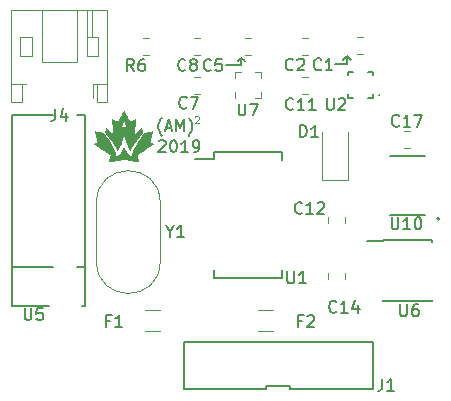
<source format=gto>
G04 #@! TF.GenerationSoftware,KiCad,Pcbnew,(5.0.0-3-g5ebb6b6)*
G04 #@! TF.CreationDate,2019-04-17T18:27:53-07:00*
G04 #@! TF.ProjectId,sensors,73656E736F72732E6B696361645F7063,rev?*
G04 #@! TF.SameCoordinates,Original*
G04 #@! TF.FileFunction,Legend,Top*
G04 #@! TF.FilePolarity,Positive*
%FSLAX46Y46*%
G04 Gerber Fmt 4.6, Leading zero omitted, Abs format (unit mm)*
G04 Created by KiCad (PCBNEW (5.0.0-3-g5ebb6b6)) date Wednesday, April 17, 2019 at 06:27:53 PM*
%MOMM*%
%LPD*%
G01*
G04 APERTURE LIST*
%ADD10C,0.100000*%
%ADD11C,0.150000*%
%ADD12C,0.200000*%
%ADD13C,0.120000*%
%ADD14C,0.127000*%
%ADD15C,0.010000*%
G04 APERTURE END LIST*
D10*
X142195571Y-70975571D02*
X142224142Y-70947000D01*
X142281285Y-70918428D01*
X142424142Y-70918428D01*
X142481285Y-70947000D01*
X142509857Y-70975571D01*
X142538428Y-71032714D01*
X142538428Y-71089857D01*
X142509857Y-71175571D01*
X142167000Y-71518428D01*
X142538428Y-71518428D01*
D11*
X139128714Y-73080619D02*
X139176333Y-73033000D01*
X139271571Y-72985380D01*
X139509666Y-72985380D01*
X139604904Y-73033000D01*
X139652523Y-73080619D01*
X139700142Y-73175857D01*
X139700142Y-73271095D01*
X139652523Y-73413952D01*
X139081095Y-73985380D01*
X139700142Y-73985380D01*
X140319190Y-72985380D02*
X140414428Y-72985380D01*
X140509666Y-73033000D01*
X140557285Y-73080619D01*
X140604904Y-73175857D01*
X140652523Y-73366333D01*
X140652523Y-73604428D01*
X140604904Y-73794904D01*
X140557285Y-73890142D01*
X140509666Y-73937761D01*
X140414428Y-73985380D01*
X140319190Y-73985380D01*
X140223952Y-73937761D01*
X140176333Y-73890142D01*
X140128714Y-73794904D01*
X140081095Y-73604428D01*
X140081095Y-73366333D01*
X140128714Y-73175857D01*
X140176333Y-73080619D01*
X140223952Y-73033000D01*
X140319190Y-72985380D01*
X141604904Y-73985380D02*
X141033476Y-73985380D01*
X141319190Y-73985380D02*
X141319190Y-72985380D01*
X141223952Y-73128238D01*
X141128714Y-73223476D01*
X141033476Y-73271095D01*
X142081095Y-73985380D02*
X142271571Y-73985380D01*
X142366809Y-73937761D01*
X142414428Y-73890142D01*
X142509666Y-73747285D01*
X142557285Y-73556809D01*
X142557285Y-73175857D01*
X142509666Y-73080619D01*
X142462047Y-73033000D01*
X142366809Y-72985380D01*
X142176333Y-72985380D01*
X142081095Y-73033000D01*
X142033476Y-73080619D01*
X141985857Y-73175857D01*
X141985857Y-73413952D01*
X142033476Y-73509190D01*
X142081095Y-73556809D01*
X142176333Y-73604428D01*
X142366809Y-73604428D01*
X142462047Y-73556809D01*
X142509666Y-73509190D01*
X142557285Y-73413952D01*
X139382642Y-72588333D02*
X139335023Y-72540714D01*
X139239785Y-72397857D01*
X139192166Y-72302619D01*
X139144547Y-72159761D01*
X139096928Y-71921666D01*
X139096928Y-71731190D01*
X139144547Y-71493095D01*
X139192166Y-71350238D01*
X139239785Y-71255000D01*
X139335023Y-71112142D01*
X139382642Y-71064523D01*
X139715976Y-71921666D02*
X140192166Y-71921666D01*
X139620738Y-72207380D02*
X139954071Y-71207380D01*
X140287404Y-72207380D01*
X140620738Y-72207380D02*
X140620738Y-71207380D01*
X140954071Y-71921666D01*
X141287404Y-71207380D01*
X141287404Y-72207380D01*
X141668357Y-72588333D02*
X141715976Y-72540714D01*
X141811214Y-72397857D01*
X141858833Y-72302619D01*
X141906452Y-72159761D01*
X141954071Y-71921666D01*
X141954071Y-71731190D01*
X141906452Y-71493095D01*
X141858833Y-71350238D01*
X141811214Y-71255000D01*
X141715976Y-71112142D01*
X141668357Y-71064523D01*
D12*
X146113500Y-66040000D02*
X146431000Y-66294000D01*
X146113500Y-66040000D02*
X145796000Y-66294000D01*
X146113500Y-66611500D02*
X146113500Y-66040000D01*
X144780000Y-66611500D02*
X146113500Y-66611500D01*
X155067000Y-65849500D02*
X155384500Y-66167000D01*
X155067000Y-65849500D02*
X154749500Y-66167000D01*
X155067000Y-66548000D02*
X155067000Y-65849500D01*
X154051000Y-66548000D02*
X155067000Y-66548000D01*
D11*
G04 #@! TO.C,U1*
X143835400Y-73973800D02*
X143835400Y-74548800D01*
X149585400Y-73973800D02*
X149585400Y-74623800D01*
X149585400Y-84623800D02*
X149585400Y-83973800D01*
X143835400Y-84623800D02*
X143835400Y-83973800D01*
X143835400Y-73973800D02*
X149585400Y-73973800D01*
X143835400Y-84623800D02*
X149585400Y-84623800D01*
X143835400Y-74548800D02*
X142235400Y-74548800D01*
D13*
G04 #@! TO.C,Y1*
X139250400Y-78261200D02*
X139250400Y-83261200D01*
X133850400Y-78261200D02*
X133850400Y-83261200D01*
X133850400Y-78261200D02*
G75*
G02X139250400Y-78261200I2700000J0D01*
G01*
X133850400Y-83261200D02*
G75*
G03X139250400Y-83261200I2700000J0D01*
G01*
G04 #@! TO.C,F1*
X137991436Y-87355000D02*
X139195564Y-87355000D01*
X137991436Y-89175000D02*
X139195564Y-89175000D01*
G04 #@! TO.C,D1*
X152916000Y-72277500D02*
X152916000Y-76337500D01*
X152916000Y-76337500D02*
X155186000Y-76337500D01*
X155186000Y-76337500D02*
X155186000Y-72277500D01*
D11*
G04 #@! TO.C,U6*
X158130400Y-81473600D02*
X158130400Y-81523600D01*
X162280400Y-81473600D02*
X162280400Y-81618600D01*
X162280400Y-86623600D02*
X162280400Y-86478600D01*
X158130400Y-86623600D02*
X158130400Y-86478600D01*
X158130400Y-81473600D02*
X162280400Y-81473600D01*
X158130400Y-86623600D02*
X162280400Y-86623600D01*
X158130400Y-81523600D02*
X156730400Y-81523600D01*
D13*
G04 #@! TO.C,C12*
X153468000Y-80026252D02*
X153468000Y-79503748D01*
X154888000Y-80026252D02*
X154888000Y-79503748D01*
G04 #@! TO.C,C14*
X154888000Y-84716252D02*
X154888000Y-84193748D01*
X153468000Y-84716252D02*
X153468000Y-84193748D01*
G04 #@! TO.C,C17*
X159876748Y-72188000D02*
X160399252Y-72188000D01*
X159876748Y-73608000D02*
X160399252Y-73608000D01*
G04 #@! TO.C,F2*
X148771364Y-89175000D02*
X147567236Y-89175000D01*
X148771364Y-87355000D02*
X147567236Y-87355000D01*
D11*
G04 #@! TO.C,J1*
X141225000Y-94075000D02*
X148225000Y-94075000D01*
X148225000Y-94075000D02*
X148225000Y-93775000D01*
X148225000Y-93775000D02*
X150225000Y-93775000D01*
X150225000Y-93775000D02*
X150225000Y-94075000D01*
X150225000Y-94075000D02*
X157225000Y-94075000D01*
X157225000Y-94075000D02*
X157225000Y-90075000D01*
X157225000Y-90075000D02*
X141225000Y-90075000D01*
X141225000Y-90075000D02*
X141225000Y-94075000D01*
D14*
G04 #@! TO.C,U10*
X161671000Y-79345000D02*
X158671000Y-79345000D01*
X161671000Y-74345000D02*
X158671000Y-74345000D01*
D12*
X162898000Y-79639000D02*
G75*
G03X162898000Y-79639000I-100000J0D01*
G01*
D14*
G04 #@! TO.C,U2*
X157290000Y-69104400D02*
X157290000Y-69374400D01*
X157290000Y-69374400D02*
X156840000Y-69374400D01*
X155580000Y-69374400D02*
X155130000Y-69374400D01*
X155130000Y-69374400D02*
X155130000Y-69104400D01*
X155130000Y-67484400D02*
X155130000Y-67214400D01*
X155130000Y-67214400D02*
X155580000Y-67214400D01*
X157290000Y-67484400D02*
X157290000Y-67214400D01*
X157290000Y-67214400D02*
X156840000Y-67214400D01*
D11*
X157784000Y-69158000D02*
G75*
G03X157784000Y-69158000I-50000J0D01*
G01*
D13*
G04 #@! TO.C,C2*
X151763252Y-65734000D02*
X151240748Y-65734000D01*
X151763252Y-64314000D02*
X151240748Y-64314000D01*
G04 #@! TO.C,C1*
X156458552Y-65683200D02*
X155936048Y-65683200D01*
X156458552Y-64263200D02*
X155936048Y-64263200D01*
G04 #@! TO.C,J4*
X133575000Y-68186000D02*
X133855000Y-68186000D01*
X133855000Y-68186000D02*
X133855000Y-69786000D01*
X133855000Y-69786000D02*
X134775000Y-69786000D01*
X134775000Y-69786000D02*
X134775000Y-61966000D01*
X134775000Y-61966000D02*
X126655000Y-61966000D01*
X126655000Y-61966000D02*
X126655000Y-69786000D01*
X126655000Y-69786000D02*
X127575000Y-69786000D01*
X127575000Y-69786000D02*
X127575000Y-68186000D01*
X127575000Y-68186000D02*
X127855000Y-68186000D01*
X132215000Y-61966000D02*
X132215000Y-66326000D01*
X132215000Y-66326000D02*
X129215000Y-66326000D01*
X129215000Y-66326000D02*
X129215000Y-61966000D01*
X134775000Y-68186000D02*
X133855000Y-68186000D01*
X126655000Y-68186000D02*
X127575000Y-68186000D01*
X134015000Y-65826000D02*
X134015000Y-64226000D01*
X134015000Y-64226000D02*
X133015000Y-64226000D01*
X133015000Y-64226000D02*
X133015000Y-65826000D01*
X133015000Y-65826000D02*
X134015000Y-65826000D01*
X127415000Y-65826000D02*
X127415000Y-64226000D01*
X127415000Y-64226000D02*
X128415000Y-64226000D01*
X128415000Y-64226000D02*
X128415000Y-65826000D01*
X128415000Y-65826000D02*
X127415000Y-65826000D01*
X133015000Y-64226000D02*
X133015000Y-61966000D01*
X133515000Y-64226000D02*
X133515000Y-61966000D01*
X133575000Y-68186000D02*
X133575000Y-69401000D01*
D11*
G04 #@! TO.C,U5*
X132892800Y-75057000D02*
X132892800Y-70932000D01*
X126695200Y-74930000D02*
X126695200Y-70932000D01*
X132891000Y-83757000D02*
X132191000Y-83757000D01*
X126691000Y-83757000D02*
X130191000Y-83757000D01*
X132891000Y-75057000D02*
X132891000Y-87017000D01*
X132891000Y-87019000D02*
X132591000Y-87019000D01*
X129991000Y-70842000D02*
X130191000Y-70842000D01*
X132891000Y-70842000D02*
X132191000Y-70842000D01*
X126691000Y-74957000D02*
X126691000Y-87017000D01*
X126691000Y-87019000D02*
X129791000Y-87019000D01*
X126691000Y-70842000D02*
X130091000Y-70842000D01*
D13*
G04 #@! TO.C,R6*
X138284852Y-65734000D02*
X137762348Y-65734000D01*
X138284852Y-64314000D02*
X137762348Y-64314000D01*
G04 #@! TO.C,C5*
X146937252Y-64314000D02*
X146414748Y-64314000D01*
X146937252Y-65734000D02*
X146414748Y-65734000D01*
G04 #@! TO.C,C7*
X142114748Y-67616000D02*
X142637252Y-67616000D01*
X142114748Y-69036000D02*
X142637252Y-69036000D01*
G04 #@! TO.C,C8*
X142114748Y-64314000D02*
X142637252Y-64314000D01*
X142114748Y-65734000D02*
X142637252Y-65734000D01*
G04 #@! TO.C,C11*
X151258748Y-69036000D02*
X151781252Y-69036000D01*
X151258748Y-67616000D02*
X151781252Y-67616000D01*
G04 #@! TO.C,U7*
X145584500Y-67722000D02*
X145584500Y-67222000D01*
X145584500Y-67222000D02*
X146084500Y-67222000D01*
X146084500Y-67222000D02*
X146084500Y-67222000D01*
X147284500Y-67222000D02*
X147784500Y-67222000D01*
X147784500Y-67222000D02*
X147784500Y-67722000D01*
X147784500Y-67722000D02*
X147784500Y-67722000D01*
X147784500Y-68922000D02*
X147784500Y-69422000D01*
X147784500Y-69422000D02*
X147284500Y-69422000D01*
X147284500Y-69422000D02*
X147284500Y-69422000D01*
X145584500Y-68922000D02*
X145584500Y-69422000D01*
X145584500Y-69422000D02*
X145584500Y-69422000D01*
D15*
G04 #@! TO.C,G\002A\002A\002A*
G36*
X136151914Y-70541905D02*
X136162516Y-70559069D01*
X136178733Y-70586494D01*
X136200017Y-70623215D01*
X136225817Y-70668269D01*
X136255583Y-70720690D01*
X136288765Y-70779515D01*
X136324813Y-70843778D01*
X136363176Y-70912517D01*
X136396447Y-70972394D01*
X136436369Y-71044367D01*
X136474398Y-71112895D01*
X136509983Y-71176988D01*
X136542574Y-71235656D01*
X136571619Y-71287908D01*
X136596569Y-71332755D01*
X136616873Y-71369205D01*
X136631980Y-71396270D01*
X136641339Y-71412958D01*
X136644334Y-71418197D01*
X136648557Y-71419601D01*
X136658410Y-71417950D01*
X136674913Y-71412851D01*
X136699090Y-71403909D01*
X136731962Y-71390728D01*
X136774551Y-71372916D01*
X136827880Y-71350076D01*
X136884783Y-71325385D01*
X136938229Y-71302260D01*
X136987633Y-71281198D01*
X137031555Y-71262790D01*
X137068557Y-71247625D01*
X137097199Y-71236293D01*
X137116043Y-71229382D01*
X137123651Y-71227482D01*
X137123700Y-71227517D01*
X137123680Y-71234923D01*
X137122395Y-71255208D01*
X137119930Y-71287399D01*
X137116371Y-71330522D01*
X137111805Y-71383605D01*
X137106318Y-71445673D01*
X137099995Y-71515755D01*
X137092924Y-71592876D01*
X137085190Y-71676064D01*
X137076880Y-71764345D01*
X137068080Y-71856747D01*
X137066606Y-71872113D01*
X137057721Y-71965058D01*
X137049282Y-72054014D01*
X137041379Y-72138010D01*
X137034099Y-72216077D01*
X137027532Y-72287244D01*
X137021764Y-72350541D01*
X137016885Y-72404998D01*
X137012983Y-72449643D01*
X137010146Y-72483507D01*
X137008462Y-72505619D01*
X137008020Y-72515010D01*
X137008073Y-72515269D01*
X137013652Y-72511311D01*
X137028688Y-72498887D01*
X137052257Y-72478803D01*
X137083434Y-72451863D01*
X137121296Y-72418873D01*
X137164918Y-72380636D01*
X137213376Y-72337959D01*
X137265745Y-72291646D01*
X137312061Y-72250540D01*
X137367108Y-72201694D01*
X137419100Y-72155723D01*
X137467100Y-72113445D01*
X137510174Y-72075676D01*
X137547385Y-72043233D01*
X137577797Y-72016931D01*
X137600475Y-71997587D01*
X137614482Y-71986018D01*
X137618853Y-71982905D01*
X137620978Y-71984463D01*
X137624242Y-71989908D01*
X137629099Y-72000398D01*
X137636001Y-72017089D01*
X137645401Y-72041138D01*
X137657751Y-72073702D01*
X137673503Y-72115939D01*
X137693111Y-72169004D01*
X137715753Y-72230583D01*
X137736427Y-72286892D01*
X137677126Y-72355302D01*
X137600616Y-72445806D01*
X137520367Y-72544895D01*
X137437504Y-72650960D01*
X137353153Y-72762391D01*
X137268440Y-72877578D01*
X137184490Y-72994911D01*
X137102429Y-73112779D01*
X137023382Y-73229573D01*
X136948476Y-73343683D01*
X136878836Y-73453499D01*
X136815587Y-73557410D01*
X136759856Y-73653807D01*
X136726192Y-73715437D01*
X136688401Y-73786623D01*
X136665445Y-73753258D01*
X136621684Y-73684895D01*
X136576339Y-73605222D01*
X136530500Y-73516587D01*
X136485257Y-73421337D01*
X136441702Y-73321821D01*
X136400925Y-73220387D01*
X136364016Y-73119383D01*
X136345808Y-73065014D01*
X136312975Y-72957980D01*
X136280111Y-72840397D01*
X136248045Y-72715606D01*
X136217605Y-72586948D01*
X136189619Y-72457766D01*
X136167846Y-72347197D01*
X136148129Y-72241764D01*
X136112304Y-72420266D01*
X136072713Y-72606152D01*
X136031007Y-72779290D01*
X135986810Y-72940738D01*
X135939747Y-73091556D01*
X135889443Y-73232803D01*
X135835522Y-73365539D01*
X135777609Y-73490822D01*
X135715330Y-73609714D01*
X135654269Y-73713689D01*
X135637644Y-73740104D01*
X135623432Y-73761856D01*
X135613357Y-73776356D01*
X135609446Y-73780989D01*
X135604281Y-73776639D01*
X135594666Y-73762340D01*
X135582237Y-73740659D01*
X135574963Y-73726849D01*
X135534515Y-73651484D01*
X135485891Y-73567061D01*
X135430079Y-73474995D01*
X135368066Y-73376702D01*
X135300841Y-73273597D01*
X135229391Y-73167097D01*
X135154704Y-73058616D01*
X135077769Y-72949572D01*
X134999574Y-72841379D01*
X134921106Y-72735454D01*
X134843353Y-72633213D01*
X134767304Y-72536070D01*
X134693947Y-72445442D01*
X134624269Y-72362745D01*
X134617833Y-72355302D01*
X134558533Y-72286892D01*
X134579206Y-72230583D01*
X134602904Y-72166136D01*
X134622316Y-72113618D01*
X134637892Y-72071874D01*
X134650085Y-72039748D01*
X134659347Y-72016082D01*
X134666130Y-71999722D01*
X134670886Y-71989510D01*
X134674067Y-71984291D01*
X134676032Y-71982905D01*
X134682122Y-71987401D01*
X134697664Y-72000345D01*
X134721720Y-72020921D01*
X134753355Y-72048313D01*
X134791634Y-72081706D01*
X134835620Y-72120283D01*
X134884378Y-72163228D01*
X134936971Y-72209726D01*
X134982901Y-72250462D01*
X135037864Y-72299191D01*
X135089687Y-72344962D01*
X135137446Y-72386973D01*
X135180218Y-72424418D01*
X135217078Y-72456492D01*
X135247102Y-72482390D01*
X135269366Y-72501309D01*
X135282945Y-72512444D01*
X135286964Y-72515192D01*
X135286725Y-72508009D01*
X135285230Y-72487944D01*
X135282567Y-72455966D01*
X135278825Y-72413047D01*
X135274093Y-72360155D01*
X135268459Y-72298261D01*
X135262011Y-72228336D01*
X135254838Y-72151350D01*
X135247027Y-72068272D01*
X135238669Y-71980073D01*
X135237589Y-71968759D01*
X135894620Y-71968759D01*
X135897163Y-71969501D01*
X135907388Y-71961970D01*
X135923168Y-71947764D01*
X135925210Y-71945806D01*
X135949828Y-71925313D01*
X135980418Y-71904308D01*
X136008302Y-71888429D01*
X136070412Y-71864844D01*
X136133461Y-71854774D01*
X136196073Y-71858010D01*
X136256872Y-71874343D01*
X136314481Y-71903563D01*
X136364452Y-71942553D01*
X136382262Y-71958419D01*
X136394904Y-71968124D01*
X136400292Y-71970124D01*
X136400181Y-71968987D01*
X136397497Y-71960617D01*
X136391047Y-71940151D01*
X136381204Y-71908781D01*
X136368341Y-71867698D01*
X136352830Y-71818096D01*
X136335044Y-71761164D01*
X136315357Y-71698097D01*
X136294140Y-71630085D01*
X136272880Y-71561891D01*
X136250647Y-71490600D01*
X136229658Y-71423371D01*
X136210273Y-71361361D01*
X136192857Y-71305728D01*
X136177771Y-71257628D01*
X136165380Y-71218219D01*
X136156046Y-71188658D01*
X136150131Y-71170103D01*
X136148004Y-71163712D01*
X136145770Y-71169888D01*
X136139765Y-71188210D01*
X136130352Y-71217536D01*
X136117891Y-71256722D01*
X136102745Y-71304624D01*
X136085274Y-71360100D01*
X136065841Y-71422005D01*
X136044807Y-71489196D01*
X136022583Y-71560370D01*
X136000201Y-71632109D01*
X135978991Y-71700032D01*
X135959324Y-71762951D01*
X135941573Y-71819677D01*
X135926112Y-71869021D01*
X135913311Y-71909795D01*
X135903544Y-71940811D01*
X135897183Y-71960879D01*
X135894620Y-71968759D01*
X135237589Y-71968759D01*
X135229850Y-71887724D01*
X135228353Y-71872113D01*
X135219482Y-71779131D01*
X135211088Y-71690110D01*
X135203257Y-71606023D01*
X135196076Y-71527843D01*
X135189631Y-71456543D01*
X135184008Y-71393098D01*
X135179293Y-71338479D01*
X135175572Y-71293661D01*
X135172931Y-71259617D01*
X135171457Y-71237320D01*
X135171235Y-71227742D01*
X135171323Y-71227454D01*
X135178486Y-71229128D01*
X135196938Y-71235832D01*
X135225236Y-71246974D01*
X135261938Y-71261966D01*
X135305599Y-71280218D01*
X135354775Y-71301139D01*
X135408024Y-71324139D01*
X135409125Y-71324618D01*
X135462386Y-71347770D01*
X135511506Y-71369069D01*
X135555053Y-71387899D01*
X135591596Y-71403642D01*
X135619705Y-71415683D01*
X135637949Y-71423405D01*
X135644895Y-71426191D01*
X135644909Y-71426192D01*
X135648585Y-71420261D01*
X135658460Y-71403103D01*
X135674002Y-71375672D01*
X135694677Y-71338922D01*
X135719952Y-71293806D01*
X135749293Y-71241279D01*
X135782167Y-71182293D01*
X135818040Y-71117804D01*
X135856378Y-71048763D01*
X135893911Y-70981066D01*
X135934149Y-70908606D01*
X135972532Y-70839811D01*
X136008516Y-70775636D01*
X136041558Y-70717036D01*
X136071113Y-70664967D01*
X136096638Y-70620382D01*
X136117587Y-70584238D01*
X136133418Y-70557489D01*
X136143585Y-70541091D01*
X136147480Y-70535967D01*
X136151914Y-70541905D01*
X136151914Y-70541905D01*
G37*
X136151914Y-70541905D02*
X136162516Y-70559069D01*
X136178733Y-70586494D01*
X136200017Y-70623215D01*
X136225817Y-70668269D01*
X136255583Y-70720690D01*
X136288765Y-70779515D01*
X136324813Y-70843778D01*
X136363176Y-70912517D01*
X136396447Y-70972394D01*
X136436369Y-71044367D01*
X136474398Y-71112895D01*
X136509983Y-71176988D01*
X136542574Y-71235656D01*
X136571619Y-71287908D01*
X136596569Y-71332755D01*
X136616873Y-71369205D01*
X136631980Y-71396270D01*
X136641339Y-71412958D01*
X136644334Y-71418197D01*
X136648557Y-71419601D01*
X136658410Y-71417950D01*
X136674913Y-71412851D01*
X136699090Y-71403909D01*
X136731962Y-71390728D01*
X136774551Y-71372916D01*
X136827880Y-71350076D01*
X136884783Y-71325385D01*
X136938229Y-71302260D01*
X136987633Y-71281198D01*
X137031555Y-71262790D01*
X137068557Y-71247625D01*
X137097199Y-71236293D01*
X137116043Y-71229382D01*
X137123651Y-71227482D01*
X137123700Y-71227517D01*
X137123680Y-71234923D01*
X137122395Y-71255208D01*
X137119930Y-71287399D01*
X137116371Y-71330522D01*
X137111805Y-71383605D01*
X137106318Y-71445673D01*
X137099995Y-71515755D01*
X137092924Y-71592876D01*
X137085190Y-71676064D01*
X137076880Y-71764345D01*
X137068080Y-71856747D01*
X137066606Y-71872113D01*
X137057721Y-71965058D01*
X137049282Y-72054014D01*
X137041379Y-72138010D01*
X137034099Y-72216077D01*
X137027532Y-72287244D01*
X137021764Y-72350541D01*
X137016885Y-72404998D01*
X137012983Y-72449643D01*
X137010146Y-72483507D01*
X137008462Y-72505619D01*
X137008020Y-72515010D01*
X137008073Y-72515269D01*
X137013652Y-72511311D01*
X137028688Y-72498887D01*
X137052257Y-72478803D01*
X137083434Y-72451863D01*
X137121296Y-72418873D01*
X137164918Y-72380636D01*
X137213376Y-72337959D01*
X137265745Y-72291646D01*
X137312061Y-72250540D01*
X137367108Y-72201694D01*
X137419100Y-72155723D01*
X137467100Y-72113445D01*
X137510174Y-72075676D01*
X137547385Y-72043233D01*
X137577797Y-72016931D01*
X137600475Y-71997587D01*
X137614482Y-71986018D01*
X137618853Y-71982905D01*
X137620978Y-71984463D01*
X137624242Y-71989908D01*
X137629099Y-72000398D01*
X137636001Y-72017089D01*
X137645401Y-72041138D01*
X137657751Y-72073702D01*
X137673503Y-72115939D01*
X137693111Y-72169004D01*
X137715753Y-72230583D01*
X137736427Y-72286892D01*
X137677126Y-72355302D01*
X137600616Y-72445806D01*
X137520367Y-72544895D01*
X137437504Y-72650960D01*
X137353153Y-72762391D01*
X137268440Y-72877578D01*
X137184490Y-72994911D01*
X137102429Y-73112779D01*
X137023382Y-73229573D01*
X136948476Y-73343683D01*
X136878836Y-73453499D01*
X136815587Y-73557410D01*
X136759856Y-73653807D01*
X136726192Y-73715437D01*
X136688401Y-73786623D01*
X136665445Y-73753258D01*
X136621684Y-73684895D01*
X136576339Y-73605222D01*
X136530500Y-73516587D01*
X136485257Y-73421337D01*
X136441702Y-73321821D01*
X136400925Y-73220387D01*
X136364016Y-73119383D01*
X136345808Y-73065014D01*
X136312975Y-72957980D01*
X136280111Y-72840397D01*
X136248045Y-72715606D01*
X136217605Y-72586948D01*
X136189619Y-72457766D01*
X136167846Y-72347197D01*
X136148129Y-72241764D01*
X136112304Y-72420266D01*
X136072713Y-72606152D01*
X136031007Y-72779290D01*
X135986810Y-72940738D01*
X135939747Y-73091556D01*
X135889443Y-73232803D01*
X135835522Y-73365539D01*
X135777609Y-73490822D01*
X135715330Y-73609714D01*
X135654269Y-73713689D01*
X135637644Y-73740104D01*
X135623432Y-73761856D01*
X135613357Y-73776356D01*
X135609446Y-73780989D01*
X135604281Y-73776639D01*
X135594666Y-73762340D01*
X135582237Y-73740659D01*
X135574963Y-73726849D01*
X135534515Y-73651484D01*
X135485891Y-73567061D01*
X135430079Y-73474995D01*
X135368066Y-73376702D01*
X135300841Y-73273597D01*
X135229391Y-73167097D01*
X135154704Y-73058616D01*
X135077769Y-72949572D01*
X134999574Y-72841379D01*
X134921106Y-72735454D01*
X134843353Y-72633213D01*
X134767304Y-72536070D01*
X134693947Y-72445442D01*
X134624269Y-72362745D01*
X134617833Y-72355302D01*
X134558533Y-72286892D01*
X134579206Y-72230583D01*
X134602904Y-72166136D01*
X134622316Y-72113618D01*
X134637892Y-72071874D01*
X134650085Y-72039748D01*
X134659347Y-72016082D01*
X134666130Y-71999722D01*
X134670886Y-71989510D01*
X134674067Y-71984291D01*
X134676032Y-71982905D01*
X134682122Y-71987401D01*
X134697664Y-72000345D01*
X134721720Y-72020921D01*
X134753355Y-72048313D01*
X134791634Y-72081706D01*
X134835620Y-72120283D01*
X134884378Y-72163228D01*
X134936971Y-72209726D01*
X134982901Y-72250462D01*
X135037864Y-72299191D01*
X135089687Y-72344962D01*
X135137446Y-72386973D01*
X135180218Y-72424418D01*
X135217078Y-72456492D01*
X135247102Y-72482390D01*
X135269366Y-72501309D01*
X135282945Y-72512444D01*
X135286964Y-72515192D01*
X135286725Y-72508009D01*
X135285230Y-72487944D01*
X135282567Y-72455966D01*
X135278825Y-72413047D01*
X135274093Y-72360155D01*
X135268459Y-72298261D01*
X135262011Y-72228336D01*
X135254838Y-72151350D01*
X135247027Y-72068272D01*
X135238669Y-71980073D01*
X135237589Y-71968759D01*
X135894620Y-71968759D01*
X135897163Y-71969501D01*
X135907388Y-71961970D01*
X135923168Y-71947764D01*
X135925210Y-71945806D01*
X135949828Y-71925313D01*
X135980418Y-71904308D01*
X136008302Y-71888429D01*
X136070412Y-71864844D01*
X136133461Y-71854774D01*
X136196073Y-71858010D01*
X136256872Y-71874343D01*
X136314481Y-71903563D01*
X136364452Y-71942553D01*
X136382262Y-71958419D01*
X136394904Y-71968124D01*
X136400292Y-71970124D01*
X136400181Y-71968987D01*
X136397497Y-71960617D01*
X136391047Y-71940151D01*
X136381204Y-71908781D01*
X136368341Y-71867698D01*
X136352830Y-71818096D01*
X136335044Y-71761164D01*
X136315357Y-71698097D01*
X136294140Y-71630085D01*
X136272880Y-71561891D01*
X136250647Y-71490600D01*
X136229658Y-71423371D01*
X136210273Y-71361361D01*
X136192857Y-71305728D01*
X136177771Y-71257628D01*
X136165380Y-71218219D01*
X136156046Y-71188658D01*
X136150131Y-71170103D01*
X136148004Y-71163712D01*
X136145770Y-71169888D01*
X136139765Y-71188210D01*
X136130352Y-71217536D01*
X136117891Y-71256722D01*
X136102745Y-71304624D01*
X136085274Y-71360100D01*
X136065841Y-71422005D01*
X136044807Y-71489196D01*
X136022583Y-71560370D01*
X136000201Y-71632109D01*
X135978991Y-71700032D01*
X135959324Y-71762951D01*
X135941573Y-71819677D01*
X135926112Y-71869021D01*
X135913311Y-71909795D01*
X135903544Y-71940811D01*
X135897183Y-71960879D01*
X135894620Y-71968759D01*
X135237589Y-71968759D01*
X135229850Y-71887724D01*
X135228353Y-71872113D01*
X135219482Y-71779131D01*
X135211088Y-71690110D01*
X135203257Y-71606023D01*
X135196076Y-71527843D01*
X135189631Y-71456543D01*
X135184008Y-71393098D01*
X135179293Y-71338479D01*
X135175572Y-71293661D01*
X135172931Y-71259617D01*
X135171457Y-71237320D01*
X135171235Y-71227742D01*
X135171323Y-71227454D01*
X135178486Y-71229128D01*
X135196938Y-71235832D01*
X135225236Y-71246974D01*
X135261938Y-71261966D01*
X135305599Y-71280218D01*
X135354775Y-71301139D01*
X135408024Y-71324139D01*
X135409125Y-71324618D01*
X135462386Y-71347770D01*
X135511506Y-71369069D01*
X135555053Y-71387899D01*
X135591596Y-71403642D01*
X135619705Y-71415683D01*
X135637949Y-71423405D01*
X135644895Y-71426191D01*
X135644909Y-71426192D01*
X135648585Y-71420261D01*
X135658460Y-71403103D01*
X135674002Y-71375672D01*
X135694677Y-71338922D01*
X135719952Y-71293806D01*
X135749293Y-71241279D01*
X135782167Y-71182293D01*
X135818040Y-71117804D01*
X135856378Y-71048763D01*
X135893911Y-70981066D01*
X135934149Y-70908606D01*
X135972532Y-70839811D01*
X136008516Y-70775636D01*
X136041558Y-70717036D01*
X136071113Y-70664967D01*
X136096638Y-70620382D01*
X136117587Y-70584238D01*
X136133418Y-70557489D01*
X136143585Y-70541091D01*
X136147480Y-70535967D01*
X136151914Y-70541905D01*
G36*
X133744697Y-72237970D02*
X133764033Y-72241400D01*
X133794352Y-72247030D01*
X133834319Y-72254605D01*
X133882599Y-72263871D01*
X133937859Y-72274572D01*
X133998762Y-72286455D01*
X134063976Y-72299263D01*
X134065094Y-72299484D01*
X134145677Y-72315474D01*
X134213475Y-72329182D01*
X134269396Y-72340815D01*
X134314348Y-72350580D01*
X134349239Y-72358683D01*
X134374978Y-72365330D01*
X134392474Y-72370729D01*
X134402633Y-72375085D01*
X134405102Y-72376804D01*
X134417574Y-72390227D01*
X134436726Y-72413656D01*
X134461447Y-72445566D01*
X134490624Y-72484433D01*
X134523144Y-72528732D01*
X134557896Y-72576937D01*
X134593767Y-72627524D01*
X134629644Y-72678969D01*
X134664415Y-72729745D01*
X134686273Y-72762234D01*
X134789542Y-72921334D01*
X134890719Y-73085776D01*
X134988654Y-73253429D01*
X135082199Y-73422163D01*
X135170202Y-73589847D01*
X135251513Y-73754352D01*
X135324984Y-73913546D01*
X135388782Y-74063617D01*
X135404866Y-74104630D01*
X135422350Y-74151438D01*
X135440411Y-74201618D01*
X135458230Y-74252749D01*
X135474987Y-74302409D01*
X135489860Y-74348176D01*
X135502030Y-74387629D01*
X135510676Y-74418346D01*
X135514389Y-74434372D01*
X135518647Y-74451015D01*
X135523120Y-74459845D01*
X135524077Y-74460274D01*
X135530754Y-74455234D01*
X135545072Y-74441142D01*
X135565646Y-74419541D01*
X135591088Y-74391973D01*
X135620016Y-74359981D01*
X135651042Y-74325108D01*
X135682782Y-74288897D01*
X135713851Y-74252889D01*
X135742864Y-74218628D01*
X135764049Y-74193040D01*
X135828931Y-74111140D01*
X135888680Y-74030123D01*
X135945417Y-73946812D01*
X136001268Y-73858035D01*
X136058354Y-73760615D01*
X136084812Y-73713471D01*
X136104513Y-73678757D01*
X136122166Y-73649166D01*
X136136620Y-73626505D01*
X136146728Y-73612579D01*
X136151259Y-73609088D01*
X136156526Y-73617146D01*
X136166843Y-73634848D01*
X136180705Y-73659556D01*
X136196178Y-73687836D01*
X136273089Y-73823716D01*
X136351247Y-73948810D01*
X136432710Y-74066225D01*
X136519537Y-74179070D01*
X136530337Y-74192357D01*
X136556781Y-74224211D01*
X136586384Y-74259040D01*
X136617767Y-74295306D01*
X136649545Y-74331468D01*
X136680339Y-74365989D01*
X136708766Y-74397329D01*
X136733445Y-74423948D01*
X136752992Y-74444309D01*
X136766028Y-74456872D01*
X136770883Y-74460274D01*
X136775129Y-74454181D01*
X136779610Y-74439069D01*
X136780571Y-74434372D01*
X136785986Y-74411926D01*
X136795549Y-74378900D01*
X136808440Y-74337717D01*
X136823838Y-74290799D01*
X136840924Y-74240567D01*
X136858876Y-74189443D01*
X136876873Y-74139849D01*
X136894097Y-74094206D01*
X136906178Y-74063617D01*
X136969492Y-73914701D01*
X137041659Y-73758261D01*
X137121518Y-73596442D01*
X137207912Y-73431390D01*
X137299683Y-73265251D01*
X137395672Y-73100171D01*
X137494722Y-72938296D01*
X137595675Y-72781772D01*
X137607995Y-72763251D01*
X137641378Y-72713822D01*
X137676611Y-72662694D01*
X137712585Y-72611389D01*
X137748188Y-72561430D01*
X137782312Y-72514339D01*
X137813845Y-72471639D01*
X137841678Y-72434854D01*
X137864700Y-72405504D01*
X137881802Y-72385114D01*
X137889553Y-72377079D01*
X137896906Y-72373111D01*
X137911791Y-72368066D01*
X137935057Y-72361752D01*
X137967552Y-72353977D01*
X138010124Y-72344547D01*
X138063624Y-72333271D01*
X138128898Y-72319955D01*
X138206795Y-72304407D01*
X138229561Y-72299908D01*
X138294866Y-72287064D01*
X138355884Y-72275137D01*
X138411281Y-72264382D01*
X138459724Y-72255055D01*
X138499878Y-72247412D01*
X138530409Y-72241708D01*
X138549985Y-72238198D01*
X138557271Y-72237137D01*
X138557282Y-72237143D01*
X138555871Y-72243843D01*
X138551357Y-72262646D01*
X138544092Y-72292171D01*
X138534424Y-72331039D01*
X138522704Y-72377869D01*
X138509282Y-72431282D01*
X138494509Y-72489897D01*
X138478733Y-72552334D01*
X138462307Y-72617214D01*
X138445579Y-72683155D01*
X138428899Y-72748779D01*
X138412619Y-72812704D01*
X138397087Y-72873551D01*
X138382655Y-72929940D01*
X138369672Y-72980491D01*
X138358488Y-73023823D01*
X138349454Y-73058557D01*
X138342920Y-73083312D01*
X138339235Y-73096708D01*
X138339076Y-73097241D01*
X138340765Y-73102541D01*
X138349068Y-73110598D01*
X138365059Y-73122116D01*
X138389815Y-73137804D01*
X138424413Y-73158366D01*
X138469929Y-73184511D01*
X138485465Y-73193317D01*
X138526695Y-73216840D01*
X138563584Y-73238285D01*
X138594494Y-73256666D01*
X138617786Y-73270997D01*
X138631821Y-73280294D01*
X138635288Y-73283400D01*
X138629575Y-73287811D01*
X138612909Y-73299347D01*
X138586003Y-73317538D01*
X138549567Y-73341913D01*
X138504312Y-73372004D01*
X138450950Y-73407340D01*
X138390192Y-73447452D01*
X138322749Y-73491870D01*
X138249332Y-73540125D01*
X138170653Y-73591746D01*
X138087423Y-73646264D01*
X138000352Y-73703210D01*
X137932519Y-73747515D01*
X137843009Y-73806002D01*
X137756800Y-73862441D01*
X137674605Y-73916360D01*
X137597136Y-73967288D01*
X137525103Y-74014752D01*
X137459218Y-74058282D01*
X137400194Y-74097407D01*
X137348741Y-74131654D01*
X137305572Y-74160551D01*
X137271398Y-74183629D01*
X137246930Y-74200414D01*
X137232881Y-74210436D01*
X137229609Y-74213233D01*
X137231617Y-74221185D01*
X137237405Y-74240948D01*
X137246527Y-74271073D01*
X137258537Y-74310109D01*
X137272987Y-74356609D01*
X137289430Y-74409123D01*
X137307421Y-74466200D01*
X137313899Y-74486667D01*
X137332187Y-74544842D01*
X137348891Y-74598858D01*
X137363588Y-74647284D01*
X137375858Y-74688691D01*
X137385279Y-74721649D01*
X137391428Y-74744726D01*
X137393885Y-74756494D01*
X137393790Y-74757681D01*
X137386366Y-74757537D01*
X137366111Y-74755817D01*
X137334012Y-74752631D01*
X137291052Y-74748090D01*
X137238217Y-74742305D01*
X137176491Y-74735385D01*
X137106861Y-74727441D01*
X137030309Y-74718584D01*
X136947823Y-74708924D01*
X136860386Y-74698571D01*
X136768983Y-74687637D01*
X136768365Y-74687562D01*
X136147480Y-74612904D01*
X135539318Y-74686206D01*
X135448521Y-74697127D01*
X135361459Y-74707557D01*
X135279154Y-74717374D01*
X135202628Y-74726460D01*
X135132902Y-74734694D01*
X135070997Y-74741956D01*
X135017935Y-74748126D01*
X134974738Y-74753085D01*
X134942427Y-74756712D01*
X134922024Y-74758888D01*
X134914756Y-74759507D01*
X134902157Y-74757419D01*
X134898356Y-74753732D01*
X134900394Y-74746038D01*
X134906208Y-74726534D01*
X134915348Y-74696669D01*
X134927364Y-74657894D01*
X134941806Y-74611658D01*
X134958223Y-74559412D01*
X134976167Y-74502605D01*
X134981863Y-74484631D01*
X135000193Y-74426644D01*
X135017129Y-74372704D01*
X135032221Y-74324273D01*
X135045018Y-74282814D01*
X135055070Y-74249788D01*
X135061926Y-74226658D01*
X135065135Y-74214887D01*
X135065320Y-74213790D01*
X135059599Y-74209101D01*
X135042923Y-74197295D01*
X135016004Y-74178844D01*
X134979553Y-74154220D01*
X134934283Y-74123894D01*
X134880903Y-74088340D01*
X134820127Y-74048028D01*
X134752665Y-74003433D01*
X134679229Y-73955025D01*
X134600530Y-73903276D01*
X134517281Y-73848660D01*
X134430192Y-73791648D01*
X134362471Y-73747395D01*
X134272975Y-73688918D01*
X134186781Y-73632516D01*
X134104602Y-73578658D01*
X134027148Y-73527814D01*
X133955130Y-73480454D01*
X133889259Y-73437047D01*
X133830246Y-73398064D01*
X133778803Y-73363972D01*
X133735641Y-73335244D01*
X133701471Y-73312346D01*
X133677003Y-73295751D01*
X133662950Y-73285926D01*
X133659672Y-73283280D01*
X133665476Y-73278556D01*
X133681797Y-73268037D01*
X133706995Y-73252707D01*
X133739432Y-73233550D01*
X133777468Y-73211549D01*
X133809494Y-73193317D01*
X133858408Y-73165406D01*
X133896089Y-73143284D01*
X133923613Y-73126243D01*
X133942057Y-73113578D01*
X133952497Y-73104582D01*
X133956010Y-73098548D01*
X133955884Y-73097241D01*
X133952416Y-73084724D01*
X133946074Y-73060746D01*
X133937207Y-73026687D01*
X133926165Y-72983928D01*
X133913299Y-72933849D01*
X133898959Y-72877829D01*
X133883495Y-72817250D01*
X133867256Y-72753492D01*
X133850593Y-72687934D01*
X133833857Y-72621957D01*
X133817396Y-72556941D01*
X133801562Y-72494267D01*
X133786705Y-72435314D01*
X133773173Y-72381463D01*
X133761319Y-72334094D01*
X133751491Y-72294588D01*
X133744040Y-72264324D01*
X133739315Y-72244682D01*
X133737668Y-72237044D01*
X133737677Y-72236994D01*
X133744697Y-72237970D01*
X133744697Y-72237970D01*
G37*
X133744697Y-72237970D02*
X133764033Y-72241400D01*
X133794352Y-72247030D01*
X133834319Y-72254605D01*
X133882599Y-72263871D01*
X133937859Y-72274572D01*
X133998762Y-72286455D01*
X134063976Y-72299263D01*
X134065094Y-72299484D01*
X134145677Y-72315474D01*
X134213475Y-72329182D01*
X134269396Y-72340815D01*
X134314348Y-72350580D01*
X134349239Y-72358683D01*
X134374978Y-72365330D01*
X134392474Y-72370729D01*
X134402633Y-72375085D01*
X134405102Y-72376804D01*
X134417574Y-72390227D01*
X134436726Y-72413656D01*
X134461447Y-72445566D01*
X134490624Y-72484433D01*
X134523144Y-72528732D01*
X134557896Y-72576937D01*
X134593767Y-72627524D01*
X134629644Y-72678969D01*
X134664415Y-72729745D01*
X134686273Y-72762234D01*
X134789542Y-72921334D01*
X134890719Y-73085776D01*
X134988654Y-73253429D01*
X135082199Y-73422163D01*
X135170202Y-73589847D01*
X135251513Y-73754352D01*
X135324984Y-73913546D01*
X135388782Y-74063617D01*
X135404866Y-74104630D01*
X135422350Y-74151438D01*
X135440411Y-74201618D01*
X135458230Y-74252749D01*
X135474987Y-74302409D01*
X135489860Y-74348176D01*
X135502030Y-74387629D01*
X135510676Y-74418346D01*
X135514389Y-74434372D01*
X135518647Y-74451015D01*
X135523120Y-74459845D01*
X135524077Y-74460274D01*
X135530754Y-74455234D01*
X135545072Y-74441142D01*
X135565646Y-74419541D01*
X135591088Y-74391973D01*
X135620016Y-74359981D01*
X135651042Y-74325108D01*
X135682782Y-74288897D01*
X135713851Y-74252889D01*
X135742864Y-74218628D01*
X135764049Y-74193040D01*
X135828931Y-74111140D01*
X135888680Y-74030123D01*
X135945417Y-73946812D01*
X136001268Y-73858035D01*
X136058354Y-73760615D01*
X136084812Y-73713471D01*
X136104513Y-73678757D01*
X136122166Y-73649166D01*
X136136620Y-73626505D01*
X136146728Y-73612579D01*
X136151259Y-73609088D01*
X136156526Y-73617146D01*
X136166843Y-73634848D01*
X136180705Y-73659556D01*
X136196178Y-73687836D01*
X136273089Y-73823716D01*
X136351247Y-73948810D01*
X136432710Y-74066225D01*
X136519537Y-74179070D01*
X136530337Y-74192357D01*
X136556781Y-74224211D01*
X136586384Y-74259040D01*
X136617767Y-74295306D01*
X136649545Y-74331468D01*
X136680339Y-74365989D01*
X136708766Y-74397329D01*
X136733445Y-74423948D01*
X136752992Y-74444309D01*
X136766028Y-74456872D01*
X136770883Y-74460274D01*
X136775129Y-74454181D01*
X136779610Y-74439069D01*
X136780571Y-74434372D01*
X136785986Y-74411926D01*
X136795549Y-74378900D01*
X136808440Y-74337717D01*
X136823838Y-74290799D01*
X136840924Y-74240567D01*
X136858876Y-74189443D01*
X136876873Y-74139849D01*
X136894097Y-74094206D01*
X136906178Y-74063617D01*
X136969492Y-73914701D01*
X137041659Y-73758261D01*
X137121518Y-73596442D01*
X137207912Y-73431390D01*
X137299683Y-73265251D01*
X137395672Y-73100171D01*
X137494722Y-72938296D01*
X137595675Y-72781772D01*
X137607995Y-72763251D01*
X137641378Y-72713822D01*
X137676611Y-72662694D01*
X137712585Y-72611389D01*
X137748188Y-72561430D01*
X137782312Y-72514339D01*
X137813845Y-72471639D01*
X137841678Y-72434854D01*
X137864700Y-72405504D01*
X137881802Y-72385114D01*
X137889553Y-72377079D01*
X137896906Y-72373111D01*
X137911791Y-72368066D01*
X137935057Y-72361752D01*
X137967552Y-72353977D01*
X138010124Y-72344547D01*
X138063624Y-72333271D01*
X138128898Y-72319955D01*
X138206795Y-72304407D01*
X138229561Y-72299908D01*
X138294866Y-72287064D01*
X138355884Y-72275137D01*
X138411281Y-72264382D01*
X138459724Y-72255055D01*
X138499878Y-72247412D01*
X138530409Y-72241708D01*
X138549985Y-72238198D01*
X138557271Y-72237137D01*
X138557282Y-72237143D01*
X138555871Y-72243843D01*
X138551357Y-72262646D01*
X138544092Y-72292171D01*
X138534424Y-72331039D01*
X138522704Y-72377869D01*
X138509282Y-72431282D01*
X138494509Y-72489897D01*
X138478733Y-72552334D01*
X138462307Y-72617214D01*
X138445579Y-72683155D01*
X138428899Y-72748779D01*
X138412619Y-72812704D01*
X138397087Y-72873551D01*
X138382655Y-72929940D01*
X138369672Y-72980491D01*
X138358488Y-73023823D01*
X138349454Y-73058557D01*
X138342920Y-73083312D01*
X138339235Y-73096708D01*
X138339076Y-73097241D01*
X138340765Y-73102541D01*
X138349068Y-73110598D01*
X138365059Y-73122116D01*
X138389815Y-73137804D01*
X138424413Y-73158366D01*
X138469929Y-73184511D01*
X138485465Y-73193317D01*
X138526695Y-73216840D01*
X138563584Y-73238285D01*
X138594494Y-73256666D01*
X138617786Y-73270997D01*
X138631821Y-73280294D01*
X138635288Y-73283400D01*
X138629575Y-73287811D01*
X138612909Y-73299347D01*
X138586003Y-73317538D01*
X138549567Y-73341913D01*
X138504312Y-73372004D01*
X138450950Y-73407340D01*
X138390192Y-73447452D01*
X138322749Y-73491870D01*
X138249332Y-73540125D01*
X138170653Y-73591746D01*
X138087423Y-73646264D01*
X138000352Y-73703210D01*
X137932519Y-73747515D01*
X137843009Y-73806002D01*
X137756800Y-73862441D01*
X137674605Y-73916360D01*
X137597136Y-73967288D01*
X137525103Y-74014752D01*
X137459218Y-74058282D01*
X137400194Y-74097407D01*
X137348741Y-74131654D01*
X137305572Y-74160551D01*
X137271398Y-74183629D01*
X137246930Y-74200414D01*
X137232881Y-74210436D01*
X137229609Y-74213233D01*
X137231617Y-74221185D01*
X137237405Y-74240948D01*
X137246527Y-74271073D01*
X137258537Y-74310109D01*
X137272987Y-74356609D01*
X137289430Y-74409123D01*
X137307421Y-74466200D01*
X137313899Y-74486667D01*
X137332187Y-74544842D01*
X137348891Y-74598858D01*
X137363588Y-74647284D01*
X137375858Y-74688691D01*
X137385279Y-74721649D01*
X137391428Y-74744726D01*
X137393885Y-74756494D01*
X137393790Y-74757681D01*
X137386366Y-74757537D01*
X137366111Y-74755817D01*
X137334012Y-74752631D01*
X137291052Y-74748090D01*
X137238217Y-74742305D01*
X137176491Y-74735385D01*
X137106861Y-74727441D01*
X137030309Y-74718584D01*
X136947823Y-74708924D01*
X136860386Y-74698571D01*
X136768983Y-74687637D01*
X136768365Y-74687562D01*
X136147480Y-74612904D01*
X135539318Y-74686206D01*
X135448521Y-74697127D01*
X135361459Y-74707557D01*
X135279154Y-74717374D01*
X135202628Y-74726460D01*
X135132902Y-74734694D01*
X135070997Y-74741956D01*
X135017935Y-74748126D01*
X134974738Y-74753085D01*
X134942427Y-74756712D01*
X134922024Y-74758888D01*
X134914756Y-74759507D01*
X134902157Y-74757419D01*
X134898356Y-74753732D01*
X134900394Y-74746038D01*
X134906208Y-74726534D01*
X134915348Y-74696669D01*
X134927364Y-74657894D01*
X134941806Y-74611658D01*
X134958223Y-74559412D01*
X134976167Y-74502605D01*
X134981863Y-74484631D01*
X135000193Y-74426644D01*
X135017129Y-74372704D01*
X135032221Y-74324273D01*
X135045018Y-74282814D01*
X135055070Y-74249788D01*
X135061926Y-74226658D01*
X135065135Y-74214887D01*
X135065320Y-74213790D01*
X135059599Y-74209101D01*
X135042923Y-74197295D01*
X135016004Y-74178844D01*
X134979553Y-74154220D01*
X134934283Y-74123894D01*
X134880903Y-74088340D01*
X134820127Y-74048028D01*
X134752665Y-74003433D01*
X134679229Y-73955025D01*
X134600530Y-73903276D01*
X134517281Y-73848660D01*
X134430192Y-73791648D01*
X134362471Y-73747395D01*
X134272975Y-73688918D01*
X134186781Y-73632516D01*
X134104602Y-73578658D01*
X134027148Y-73527814D01*
X133955130Y-73480454D01*
X133889259Y-73437047D01*
X133830246Y-73398064D01*
X133778803Y-73363972D01*
X133735641Y-73335244D01*
X133701471Y-73312346D01*
X133677003Y-73295751D01*
X133662950Y-73285926D01*
X133659672Y-73283280D01*
X133665476Y-73278556D01*
X133681797Y-73268037D01*
X133706995Y-73252707D01*
X133739432Y-73233550D01*
X133777468Y-73211549D01*
X133809494Y-73193317D01*
X133858408Y-73165406D01*
X133896089Y-73143284D01*
X133923613Y-73126243D01*
X133942057Y-73113578D01*
X133952497Y-73104582D01*
X133956010Y-73098548D01*
X133955884Y-73097241D01*
X133952416Y-73084724D01*
X133946074Y-73060746D01*
X133937207Y-73026687D01*
X133926165Y-72983928D01*
X133913299Y-72933849D01*
X133898959Y-72877829D01*
X133883495Y-72817250D01*
X133867256Y-72753492D01*
X133850593Y-72687934D01*
X133833857Y-72621957D01*
X133817396Y-72556941D01*
X133801562Y-72494267D01*
X133786705Y-72435314D01*
X133773173Y-72381463D01*
X133761319Y-72334094D01*
X133751491Y-72294588D01*
X133744040Y-72264324D01*
X133739315Y-72244682D01*
X133737668Y-72237044D01*
X133737677Y-72236994D01*
X133744697Y-72237970D01*
G04 #@! TO.C,U1*
D11*
X150012495Y-84085180D02*
X150012495Y-84894704D01*
X150060114Y-84989942D01*
X150107733Y-85037561D01*
X150202971Y-85085180D01*
X150393447Y-85085180D01*
X150488685Y-85037561D01*
X150536304Y-84989942D01*
X150583923Y-84894704D01*
X150583923Y-84085180D01*
X151583923Y-85085180D02*
X151012495Y-85085180D01*
X151298209Y-85085180D02*
X151298209Y-84085180D01*
X151202971Y-84228038D01*
X151107733Y-84323276D01*
X151012495Y-84370895D01*
G04 #@! TO.C,Y1*
X140062009Y-80726590D02*
X140062009Y-81202780D01*
X139728676Y-80202780D02*
X140062009Y-80726590D01*
X140395342Y-80202780D01*
X141252485Y-81202780D02*
X140681057Y-81202780D01*
X140966771Y-81202780D02*
X140966771Y-80202780D01*
X140871533Y-80345638D01*
X140776295Y-80440876D01*
X140681057Y-80488495D01*
G04 #@! TO.C,F1*
X134985166Y-88257071D02*
X134651833Y-88257071D01*
X134651833Y-88780880D02*
X134651833Y-87780880D01*
X135128023Y-87780880D01*
X136032785Y-88780880D02*
X135461357Y-88780880D01*
X135747071Y-88780880D02*
X135747071Y-87780880D01*
X135651833Y-87923738D01*
X135556595Y-88018976D01*
X135461357Y-88066595D01*
G04 #@! TO.C,D1*
X151090404Y-72715380D02*
X151090404Y-71715380D01*
X151328500Y-71715380D01*
X151471357Y-71763000D01*
X151566595Y-71858238D01*
X151614214Y-71953476D01*
X151661833Y-72143952D01*
X151661833Y-72286809D01*
X151614214Y-72477285D01*
X151566595Y-72572523D01*
X151471357Y-72667761D01*
X151328500Y-72715380D01*
X151090404Y-72715380D01*
X152614214Y-72715380D02*
X152042785Y-72715380D01*
X152328500Y-72715380D02*
X152328500Y-71715380D01*
X152233261Y-71858238D01*
X152138023Y-71953476D01*
X152042785Y-72001095D01*
G04 #@! TO.C,U6*
X159575595Y-86891880D02*
X159575595Y-87701404D01*
X159623214Y-87796642D01*
X159670833Y-87844261D01*
X159766071Y-87891880D01*
X159956547Y-87891880D01*
X160051785Y-87844261D01*
X160099404Y-87796642D01*
X160147023Y-87701404D01*
X160147023Y-86891880D01*
X161051785Y-86891880D02*
X160861309Y-86891880D01*
X160766071Y-86939500D01*
X160718452Y-86987119D01*
X160623214Y-87129976D01*
X160575595Y-87320452D01*
X160575595Y-87701404D01*
X160623214Y-87796642D01*
X160670833Y-87844261D01*
X160766071Y-87891880D01*
X160956547Y-87891880D01*
X161051785Y-87844261D01*
X161099404Y-87796642D01*
X161147023Y-87701404D01*
X161147023Y-87463309D01*
X161099404Y-87368071D01*
X161051785Y-87320452D01*
X160956547Y-87272833D01*
X160766071Y-87272833D01*
X160670833Y-87320452D01*
X160623214Y-87368071D01*
X160575595Y-87463309D01*
G04 #@! TO.C,C12*
X151249142Y-79115142D02*
X151201523Y-79162761D01*
X151058666Y-79210380D01*
X150963428Y-79210380D01*
X150820571Y-79162761D01*
X150725333Y-79067523D01*
X150677714Y-78972285D01*
X150630095Y-78781809D01*
X150630095Y-78638952D01*
X150677714Y-78448476D01*
X150725333Y-78353238D01*
X150820571Y-78258000D01*
X150963428Y-78210380D01*
X151058666Y-78210380D01*
X151201523Y-78258000D01*
X151249142Y-78305619D01*
X152201523Y-79210380D02*
X151630095Y-79210380D01*
X151915809Y-79210380D02*
X151915809Y-78210380D01*
X151820571Y-78353238D01*
X151725333Y-78448476D01*
X151630095Y-78496095D01*
X152582476Y-78305619D02*
X152630095Y-78258000D01*
X152725333Y-78210380D01*
X152963428Y-78210380D01*
X153058666Y-78258000D01*
X153106285Y-78305619D01*
X153153904Y-78400857D01*
X153153904Y-78496095D01*
X153106285Y-78638952D01*
X152534857Y-79210380D01*
X153153904Y-79210380D01*
G04 #@! TO.C,C14*
X154170142Y-87479142D02*
X154122523Y-87526761D01*
X153979666Y-87574380D01*
X153884428Y-87574380D01*
X153741571Y-87526761D01*
X153646333Y-87431523D01*
X153598714Y-87336285D01*
X153551095Y-87145809D01*
X153551095Y-87002952D01*
X153598714Y-86812476D01*
X153646333Y-86717238D01*
X153741571Y-86622000D01*
X153884428Y-86574380D01*
X153979666Y-86574380D01*
X154122523Y-86622000D01*
X154170142Y-86669619D01*
X155122523Y-87574380D02*
X154551095Y-87574380D01*
X154836809Y-87574380D02*
X154836809Y-86574380D01*
X154741571Y-86717238D01*
X154646333Y-86812476D01*
X154551095Y-86860095D01*
X155979666Y-86907714D02*
X155979666Y-87574380D01*
X155741571Y-86526761D02*
X155503476Y-87241047D01*
X156122523Y-87241047D01*
G04 #@! TO.C,C17*
X159486142Y-71731142D02*
X159438523Y-71778761D01*
X159295666Y-71826380D01*
X159200428Y-71826380D01*
X159057571Y-71778761D01*
X158962333Y-71683523D01*
X158914714Y-71588285D01*
X158867095Y-71397809D01*
X158867095Y-71254952D01*
X158914714Y-71064476D01*
X158962333Y-70969238D01*
X159057571Y-70874000D01*
X159200428Y-70826380D01*
X159295666Y-70826380D01*
X159438523Y-70874000D01*
X159486142Y-70921619D01*
X160438523Y-71826380D02*
X159867095Y-71826380D01*
X160152809Y-71826380D02*
X160152809Y-70826380D01*
X160057571Y-70969238D01*
X159962333Y-71064476D01*
X159867095Y-71112095D01*
X160771857Y-70826380D02*
X161438523Y-70826380D01*
X161009952Y-71826380D01*
G04 #@! TO.C,F2*
X151241166Y-88257071D02*
X150907833Y-88257071D01*
X150907833Y-88780880D02*
X150907833Y-87780880D01*
X151384023Y-87780880D01*
X151717357Y-87876119D02*
X151764976Y-87828500D01*
X151860214Y-87780880D01*
X152098309Y-87780880D01*
X152193547Y-87828500D01*
X152241166Y-87876119D01*
X152288785Y-87971357D01*
X152288785Y-88066595D01*
X152241166Y-88209452D01*
X151669738Y-88780880D01*
X152288785Y-88780880D01*
G04 #@! TO.C,J1*
X158035666Y-93178380D02*
X158035666Y-93892666D01*
X157988047Y-94035523D01*
X157892809Y-94130761D01*
X157749952Y-94178380D01*
X157654714Y-94178380D01*
X159035666Y-94178380D02*
X158464238Y-94178380D01*
X158749952Y-94178380D02*
X158749952Y-93178380D01*
X158654714Y-93321238D01*
X158559476Y-93416476D01*
X158464238Y-93464095D01*
G04 #@! TO.C,U10*
X158845404Y-79525880D02*
X158845404Y-80335404D01*
X158893023Y-80430642D01*
X158940642Y-80478261D01*
X159035880Y-80525880D01*
X159226357Y-80525880D01*
X159321595Y-80478261D01*
X159369214Y-80430642D01*
X159416833Y-80335404D01*
X159416833Y-79525880D01*
X160416833Y-80525880D02*
X159845404Y-80525880D01*
X160131119Y-80525880D02*
X160131119Y-79525880D01*
X160035880Y-79668738D01*
X159940642Y-79763976D01*
X159845404Y-79811595D01*
X161035880Y-79525880D02*
X161131119Y-79525880D01*
X161226357Y-79573500D01*
X161273976Y-79621119D01*
X161321595Y-79716357D01*
X161369214Y-79906833D01*
X161369214Y-80144928D01*
X161321595Y-80335404D01*
X161273976Y-80430642D01*
X161226357Y-80478261D01*
X161131119Y-80525880D01*
X161035880Y-80525880D01*
X160940642Y-80478261D01*
X160893023Y-80430642D01*
X160845404Y-80335404D01*
X160797785Y-80144928D01*
X160797785Y-79906833D01*
X160845404Y-79716357D01*
X160893023Y-79621119D01*
X160940642Y-79573500D01*
X161035880Y-79525880D01*
G04 #@! TO.C,U2*
X153352008Y-69428959D02*
X153352008Y-70239106D01*
X153399664Y-70334417D01*
X153447320Y-70382073D01*
X153542631Y-70429729D01*
X153733254Y-70429729D01*
X153828565Y-70382073D01*
X153876221Y-70334417D01*
X153923877Y-70239106D01*
X153923877Y-69428959D01*
X154352778Y-69524270D02*
X154400434Y-69476615D01*
X154495745Y-69428959D01*
X154734024Y-69428959D01*
X154829335Y-69476615D01*
X154876991Y-69524270D01*
X154924647Y-69619582D01*
X154924647Y-69714893D01*
X154876991Y-69857860D01*
X154305122Y-70429729D01*
X154924647Y-70429729D01*
G04 #@! TO.C,C2*
X150480733Y-66981342D02*
X150433114Y-67028961D01*
X150290257Y-67076580D01*
X150195019Y-67076580D01*
X150052161Y-67028961D01*
X149956923Y-66933723D01*
X149909304Y-66838485D01*
X149861685Y-66648009D01*
X149861685Y-66505152D01*
X149909304Y-66314676D01*
X149956923Y-66219438D01*
X150052161Y-66124200D01*
X150195019Y-66076580D01*
X150290257Y-66076580D01*
X150433114Y-66124200D01*
X150480733Y-66171819D01*
X150861685Y-66171819D02*
X150909304Y-66124200D01*
X151004542Y-66076580D01*
X151242638Y-66076580D01*
X151337876Y-66124200D01*
X151385495Y-66171819D01*
X151433114Y-66267057D01*
X151433114Y-66362295D01*
X151385495Y-66505152D01*
X150814066Y-67076580D01*
X151433114Y-67076580D01*
G04 #@! TO.C,C1*
X152868333Y-66968642D02*
X152820714Y-67016261D01*
X152677857Y-67063880D01*
X152582619Y-67063880D01*
X152439761Y-67016261D01*
X152344523Y-66921023D01*
X152296904Y-66825785D01*
X152249285Y-66635309D01*
X152249285Y-66492452D01*
X152296904Y-66301976D01*
X152344523Y-66206738D01*
X152439761Y-66111500D01*
X152582619Y-66063880D01*
X152677857Y-66063880D01*
X152820714Y-66111500D01*
X152868333Y-66159119D01*
X153820714Y-67063880D02*
X153249285Y-67063880D01*
X153535000Y-67063880D02*
X153535000Y-66063880D01*
X153439761Y-66206738D01*
X153344523Y-66301976D01*
X153249285Y-66349595D01*
G04 #@! TO.C,J4*
X130381666Y-70328380D02*
X130381666Y-71042666D01*
X130334047Y-71185523D01*
X130238809Y-71280761D01*
X130095952Y-71328380D01*
X130000714Y-71328380D01*
X131286428Y-70661714D02*
X131286428Y-71328380D01*
X131048333Y-70280761D02*
X130810238Y-70995047D01*
X131429285Y-70995047D01*
G04 #@! TO.C,U5*
X127762095Y-87209380D02*
X127762095Y-88018904D01*
X127809714Y-88114142D01*
X127857333Y-88161761D01*
X127952571Y-88209380D01*
X128143047Y-88209380D01*
X128238285Y-88161761D01*
X128285904Y-88114142D01*
X128333523Y-88018904D01*
X128333523Y-87209380D01*
X129285904Y-87209380D02*
X128809714Y-87209380D01*
X128762095Y-87685571D01*
X128809714Y-87637952D01*
X128904952Y-87590333D01*
X129143047Y-87590333D01*
X129238285Y-87637952D01*
X129285904Y-87685571D01*
X129333523Y-87780809D01*
X129333523Y-88018904D01*
X129285904Y-88114142D01*
X129238285Y-88161761D01*
X129143047Y-88209380D01*
X128904952Y-88209380D01*
X128809714Y-88161761D01*
X128762095Y-88114142D01*
G04 #@! TO.C,R6*
X137018733Y-67127380D02*
X136685400Y-66651190D01*
X136447304Y-67127380D02*
X136447304Y-66127380D01*
X136828257Y-66127380D01*
X136923495Y-66175000D01*
X136971114Y-66222619D01*
X137018733Y-66317857D01*
X137018733Y-66460714D01*
X136971114Y-66555952D01*
X136923495Y-66603571D01*
X136828257Y-66651190D01*
X136447304Y-66651190D01*
X137875876Y-66127380D02*
X137685400Y-66127380D01*
X137590161Y-66175000D01*
X137542542Y-66222619D01*
X137447304Y-66365476D01*
X137399685Y-66555952D01*
X137399685Y-66936904D01*
X137447304Y-67032142D01*
X137494923Y-67079761D01*
X137590161Y-67127380D01*
X137780638Y-67127380D01*
X137875876Y-67079761D01*
X137923495Y-67032142D01*
X137971114Y-66936904D01*
X137971114Y-66698809D01*
X137923495Y-66603571D01*
X137875876Y-66555952D01*
X137780638Y-66508333D01*
X137590161Y-66508333D01*
X137494923Y-66555952D01*
X137447304Y-66603571D01*
X137399685Y-66698809D01*
G04 #@! TO.C,C5*
X143533833Y-67032142D02*
X143486214Y-67079761D01*
X143343357Y-67127380D01*
X143248119Y-67127380D01*
X143105261Y-67079761D01*
X143010023Y-66984523D01*
X142962404Y-66889285D01*
X142914785Y-66698809D01*
X142914785Y-66555952D01*
X142962404Y-66365476D01*
X143010023Y-66270238D01*
X143105261Y-66175000D01*
X143248119Y-66127380D01*
X143343357Y-66127380D01*
X143486214Y-66175000D01*
X143533833Y-66222619D01*
X144438595Y-66127380D02*
X143962404Y-66127380D01*
X143914785Y-66603571D01*
X143962404Y-66555952D01*
X144057642Y-66508333D01*
X144295738Y-66508333D01*
X144390976Y-66555952D01*
X144438595Y-66603571D01*
X144486214Y-66698809D01*
X144486214Y-66936904D01*
X144438595Y-67032142D01*
X144390976Y-67079761D01*
X144295738Y-67127380D01*
X144057642Y-67127380D01*
X143962404Y-67079761D01*
X143914785Y-67032142D01*
G04 #@! TO.C,C7*
X141489133Y-70207142D02*
X141441514Y-70254761D01*
X141298657Y-70302380D01*
X141203419Y-70302380D01*
X141060561Y-70254761D01*
X140965323Y-70159523D01*
X140917704Y-70064285D01*
X140870085Y-69873809D01*
X140870085Y-69730952D01*
X140917704Y-69540476D01*
X140965323Y-69445238D01*
X141060561Y-69350000D01*
X141203419Y-69302380D01*
X141298657Y-69302380D01*
X141441514Y-69350000D01*
X141489133Y-69397619D01*
X141822466Y-69302380D02*
X142489133Y-69302380D01*
X142060561Y-70302380D01*
G04 #@! TO.C,C8*
X141387533Y-67006742D02*
X141339914Y-67054361D01*
X141197057Y-67101980D01*
X141101819Y-67101980D01*
X140958961Y-67054361D01*
X140863723Y-66959123D01*
X140816104Y-66863885D01*
X140768485Y-66673409D01*
X140768485Y-66530552D01*
X140816104Y-66340076D01*
X140863723Y-66244838D01*
X140958961Y-66149600D01*
X141101819Y-66101980D01*
X141197057Y-66101980D01*
X141339914Y-66149600D01*
X141387533Y-66197219D01*
X141958961Y-66530552D02*
X141863723Y-66482933D01*
X141816104Y-66435314D01*
X141768485Y-66340076D01*
X141768485Y-66292457D01*
X141816104Y-66197219D01*
X141863723Y-66149600D01*
X141958961Y-66101980D01*
X142149438Y-66101980D01*
X142244676Y-66149600D01*
X142292295Y-66197219D01*
X142339914Y-66292457D01*
X142339914Y-66340076D01*
X142292295Y-66435314D01*
X142244676Y-66482933D01*
X142149438Y-66530552D01*
X141958961Y-66530552D01*
X141863723Y-66578171D01*
X141816104Y-66625790D01*
X141768485Y-66721028D01*
X141768485Y-66911504D01*
X141816104Y-67006742D01*
X141863723Y-67054361D01*
X141958961Y-67101980D01*
X142149438Y-67101980D01*
X142244676Y-67054361D01*
X142292295Y-67006742D01*
X142339914Y-66911504D01*
X142339914Y-66721028D01*
X142292295Y-66625790D01*
X142244676Y-66578171D01*
X142149438Y-66530552D01*
G04 #@! TO.C,C11*
X150512542Y-70334142D02*
X150464923Y-70381761D01*
X150322066Y-70429380D01*
X150226828Y-70429380D01*
X150083971Y-70381761D01*
X149988733Y-70286523D01*
X149941114Y-70191285D01*
X149893495Y-70000809D01*
X149893495Y-69857952D01*
X149941114Y-69667476D01*
X149988733Y-69572238D01*
X150083971Y-69477000D01*
X150226828Y-69429380D01*
X150322066Y-69429380D01*
X150464923Y-69477000D01*
X150512542Y-69524619D01*
X151464923Y-70429380D02*
X150893495Y-70429380D01*
X151179209Y-70429380D02*
X151179209Y-69429380D01*
X151083971Y-69572238D01*
X150988733Y-69667476D01*
X150893495Y-69715095D01*
X152417304Y-70429380D02*
X151845876Y-70429380D01*
X152131590Y-70429380D02*
X152131590Y-69429380D01*
X152036352Y-69572238D01*
X151941114Y-69667476D01*
X151845876Y-69715095D01*
G04 #@! TO.C,U7*
X145897695Y-69886580D02*
X145897695Y-70696104D01*
X145945314Y-70791342D01*
X145992933Y-70838961D01*
X146088171Y-70886580D01*
X146278647Y-70886580D01*
X146373885Y-70838961D01*
X146421504Y-70791342D01*
X146469123Y-70696104D01*
X146469123Y-69886580D01*
X146850076Y-69886580D02*
X147516742Y-69886580D01*
X147088171Y-70886580D01*
G04 #@! TD*
M02*

</source>
